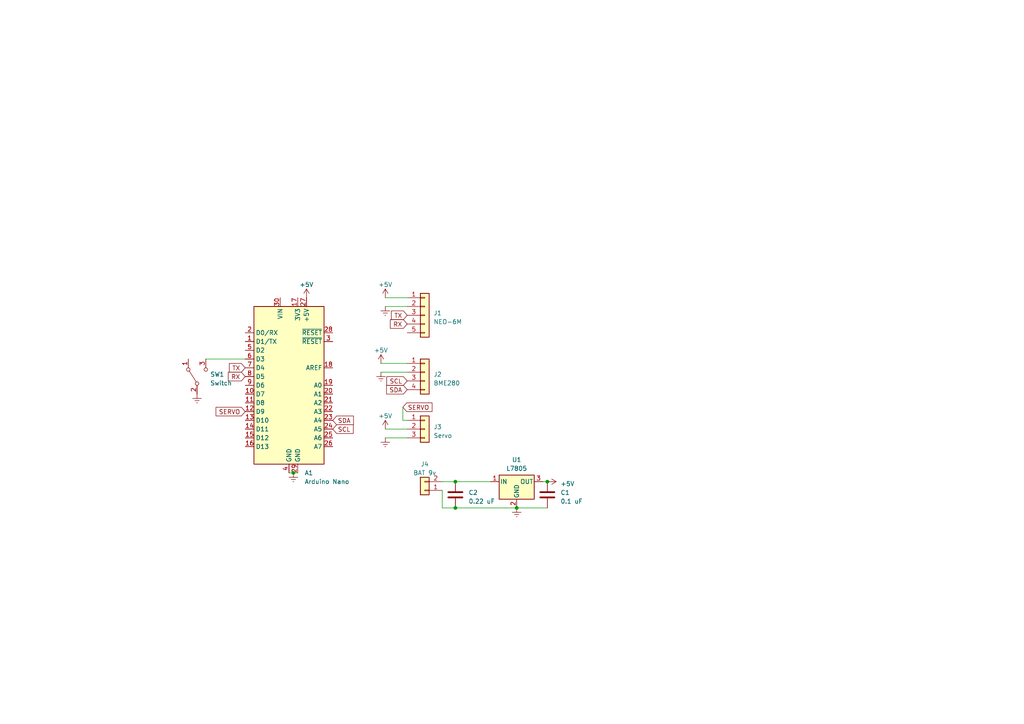
<source format=kicad_sch>
(kicad_sch (version 20230121) (generator eeschema)

  (uuid b945819d-ddc4-4c99-b14c-235cf78e9fc0)

  (paper "A4")

  (lib_symbols
    (symbol "Connector_Generic:Conn_01x02" (pin_names (offset 1.016) hide) (in_bom yes) (on_board yes)
      (property "Reference" "J" (at 0 2.54 0)
        (effects (font (size 1.27 1.27)))
      )
      (property "Value" "Conn_01x02" (at 0 -5.08 0)
        (effects (font (size 1.27 1.27)))
      )
      (property "Footprint" "" (at 0 0 0)
        (effects (font (size 1.27 1.27)) hide)
      )
      (property "Datasheet" "~" (at 0 0 0)
        (effects (font (size 1.27 1.27)) hide)
      )
      (property "ki_keywords" "connector" (at 0 0 0)
        (effects (font (size 1.27 1.27)) hide)
      )
      (property "ki_description" "Generic connector, single row, 01x02, script generated (kicad-library-utils/schlib/autogen/connector/)" (at 0 0 0)
        (effects (font (size 1.27 1.27)) hide)
      )
      (property "ki_fp_filters" "Connector*:*_1x??_*" (at 0 0 0)
        (effects (font (size 1.27 1.27)) hide)
      )
      (symbol "Conn_01x02_1_1"
        (rectangle (start -1.27 -2.413) (end 0 -2.667)
          (stroke (width 0.1524) (type default))
          (fill (type none))
        )
        (rectangle (start -1.27 0.127) (end 0 -0.127)
          (stroke (width 0.1524) (type default))
          (fill (type none))
        )
        (rectangle (start -1.27 1.27) (end 1.27 -3.81)
          (stroke (width 0.254) (type default))
          (fill (type background))
        )
        (pin passive line (at -5.08 0 0) (length 3.81)
          (name "Pin_1" (effects (font (size 1.27 1.27))))
          (number "1" (effects (font (size 1.27 1.27))))
        )
        (pin passive line (at -5.08 -2.54 0) (length 3.81)
          (name "Pin_2" (effects (font (size 1.27 1.27))))
          (number "2" (effects (font (size 1.27 1.27))))
        )
      )
    )
    (symbol "Connector_Generic:Conn_01x03" (pin_names (offset 1.016) hide) (in_bom yes) (on_board yes)
      (property "Reference" "J" (at 0 5.08 0)
        (effects (font (size 1.27 1.27)))
      )
      (property "Value" "Conn_01x03" (at 0 -5.08 0)
        (effects (font (size 1.27 1.27)))
      )
      (property "Footprint" "" (at 0 0 0)
        (effects (font (size 1.27 1.27)) hide)
      )
      (property "Datasheet" "~" (at 0 0 0)
        (effects (font (size 1.27 1.27)) hide)
      )
      (property "ki_keywords" "connector" (at 0 0 0)
        (effects (font (size 1.27 1.27)) hide)
      )
      (property "ki_description" "Generic connector, single row, 01x03, script generated (kicad-library-utils/schlib/autogen/connector/)" (at 0 0 0)
        (effects (font (size 1.27 1.27)) hide)
      )
      (property "ki_fp_filters" "Connector*:*_1x??_*" (at 0 0 0)
        (effects (font (size 1.27 1.27)) hide)
      )
      (symbol "Conn_01x03_1_1"
        (rectangle (start -1.27 -2.413) (end 0 -2.667)
          (stroke (width 0.1524) (type default))
          (fill (type none))
        )
        (rectangle (start -1.27 0.127) (end 0 -0.127)
          (stroke (width 0.1524) (type default))
          (fill (type none))
        )
        (rectangle (start -1.27 2.667) (end 0 2.413)
          (stroke (width 0.1524) (type default))
          (fill (type none))
        )
        (rectangle (start -1.27 3.81) (end 1.27 -3.81)
          (stroke (width 0.254) (type default))
          (fill (type background))
        )
        (pin passive line (at -5.08 2.54 0) (length 3.81)
          (name "Pin_1" (effects (font (size 1.27 1.27))))
          (number "1" (effects (font (size 1.27 1.27))))
        )
        (pin passive line (at -5.08 0 0) (length 3.81)
          (name "Pin_2" (effects (font (size 1.27 1.27))))
          (number "2" (effects (font (size 1.27 1.27))))
        )
        (pin passive line (at -5.08 -2.54 0) (length 3.81)
          (name "Pin_3" (effects (font (size 1.27 1.27))))
          (number "3" (effects (font (size 1.27 1.27))))
        )
      )
    )
    (symbol "Connector_Generic:Conn_01x04" (pin_names (offset 1.016) hide) (in_bom yes) (on_board yes)
      (property "Reference" "J" (at 0 5.08 0)
        (effects (font (size 1.27 1.27)))
      )
      (property "Value" "Conn_01x04" (at 0 -7.62 0)
        (effects (font (size 1.27 1.27)))
      )
      (property "Footprint" "" (at 0 0 0)
        (effects (font (size 1.27 1.27)) hide)
      )
      (property "Datasheet" "~" (at 0 0 0)
        (effects (font (size 1.27 1.27)) hide)
      )
      (property "ki_keywords" "connector" (at 0 0 0)
        (effects (font (size 1.27 1.27)) hide)
      )
      (property "ki_description" "Generic connector, single row, 01x04, script generated (kicad-library-utils/schlib/autogen/connector/)" (at 0 0 0)
        (effects (font (size 1.27 1.27)) hide)
      )
      (property "ki_fp_filters" "Connector*:*_1x??_*" (at 0 0 0)
        (effects (font (size 1.27 1.27)) hide)
      )
      (symbol "Conn_01x04_1_1"
        (rectangle (start -1.27 -4.953) (end 0 -5.207)
          (stroke (width 0.1524) (type default))
          (fill (type none))
        )
        (rectangle (start -1.27 -2.413) (end 0 -2.667)
          (stroke (width 0.1524) (type default))
          (fill (type none))
        )
        (rectangle (start -1.27 0.127) (end 0 -0.127)
          (stroke (width 0.1524) (type default))
          (fill (type none))
        )
        (rectangle (start -1.27 2.667) (end 0 2.413)
          (stroke (width 0.1524) (type default))
          (fill (type none))
        )
        (rectangle (start -1.27 3.81) (end 1.27 -6.35)
          (stroke (width 0.254) (type default))
          (fill (type background))
        )
        (pin passive line (at -5.08 2.54 0) (length 3.81)
          (name "Pin_1" (effects (font (size 1.27 1.27))))
          (number "1" (effects (font (size 1.27 1.27))))
        )
        (pin passive line (at -5.08 0 0) (length 3.81)
          (name "Pin_2" (effects (font (size 1.27 1.27))))
          (number "2" (effects (font (size 1.27 1.27))))
        )
        (pin passive line (at -5.08 -2.54 0) (length 3.81)
          (name "Pin_3" (effects (font (size 1.27 1.27))))
          (number "3" (effects (font (size 1.27 1.27))))
        )
        (pin passive line (at -5.08 -5.08 0) (length 3.81)
          (name "Pin_4" (effects (font (size 1.27 1.27))))
          (number "4" (effects (font (size 1.27 1.27))))
        )
      )
    )
    (symbol "Connector_Generic:Conn_01x05" (pin_names (offset 1.016) hide) (in_bom yes) (on_board yes)
      (property "Reference" "J" (at 0 7.62 0)
        (effects (font (size 1.27 1.27)))
      )
      (property "Value" "Conn_01x05" (at 0 -7.62 0)
        (effects (font (size 1.27 1.27)))
      )
      (property "Footprint" "" (at 0 0 0)
        (effects (font (size 1.27 1.27)) hide)
      )
      (property "Datasheet" "~" (at 0 0 0)
        (effects (font (size 1.27 1.27)) hide)
      )
      (property "ki_keywords" "connector" (at 0 0 0)
        (effects (font (size 1.27 1.27)) hide)
      )
      (property "ki_description" "Generic connector, single row, 01x05, script generated (kicad-library-utils/schlib/autogen/connector/)" (at 0 0 0)
        (effects (font (size 1.27 1.27)) hide)
      )
      (property "ki_fp_filters" "Connector*:*_1x??_*" (at 0 0 0)
        (effects (font (size 1.27 1.27)) hide)
      )
      (symbol "Conn_01x05_1_1"
        (rectangle (start -1.27 -4.953) (end 0 -5.207)
          (stroke (width 0.1524) (type default))
          (fill (type none))
        )
        (rectangle (start -1.27 -2.413) (end 0 -2.667)
          (stroke (width 0.1524) (type default))
          (fill (type none))
        )
        (rectangle (start -1.27 0.127) (end 0 -0.127)
          (stroke (width 0.1524) (type default))
          (fill (type none))
        )
        (rectangle (start -1.27 2.667) (end 0 2.413)
          (stroke (width 0.1524) (type default))
          (fill (type none))
        )
        (rectangle (start -1.27 5.207) (end 0 4.953)
          (stroke (width 0.1524) (type default))
          (fill (type none))
        )
        (rectangle (start -1.27 6.35) (end 1.27 -6.35)
          (stroke (width 0.254) (type default))
          (fill (type background))
        )
        (pin passive line (at -5.08 5.08 0) (length 3.81)
          (name "Pin_1" (effects (font (size 1.27 1.27))))
          (number "1" (effects (font (size 1.27 1.27))))
        )
        (pin passive line (at -5.08 2.54 0) (length 3.81)
          (name "Pin_2" (effects (font (size 1.27 1.27))))
          (number "2" (effects (font (size 1.27 1.27))))
        )
        (pin passive line (at -5.08 0 0) (length 3.81)
          (name "Pin_3" (effects (font (size 1.27 1.27))))
          (number "3" (effects (font (size 1.27 1.27))))
        )
        (pin passive line (at -5.08 -2.54 0) (length 3.81)
          (name "Pin_4" (effects (font (size 1.27 1.27))))
          (number "4" (effects (font (size 1.27 1.27))))
        )
        (pin passive line (at -5.08 -5.08 0) (length 3.81)
          (name "Pin_5" (effects (font (size 1.27 1.27))))
          (number "5" (effects (font (size 1.27 1.27))))
        )
      )
    )
    (symbol "Device:C" (pin_numbers hide) (pin_names (offset 0.254)) (in_bom yes) (on_board yes)
      (property "Reference" "C" (at 0.635 2.54 0)
        (effects (font (size 1.27 1.27)) (justify left))
      )
      (property "Value" "C" (at 0.635 -2.54 0)
        (effects (font (size 1.27 1.27)) (justify left))
      )
      (property "Footprint" "" (at 0.9652 -3.81 0)
        (effects (font (size 1.27 1.27)) hide)
      )
      (property "Datasheet" "~" (at 0 0 0)
        (effects (font (size 1.27 1.27)) hide)
      )
      (property "ki_keywords" "cap capacitor" (at 0 0 0)
        (effects (font (size 1.27 1.27)) hide)
      )
      (property "ki_description" "Unpolarized capacitor" (at 0 0 0)
        (effects (font (size 1.27 1.27)) hide)
      )
      (property "ki_fp_filters" "C_*" (at 0 0 0)
        (effects (font (size 1.27 1.27)) hide)
      )
      (symbol "C_0_1"
        (polyline
          (pts
            (xy -2.032 -0.762)
            (xy 2.032 -0.762)
          )
          (stroke (width 0.508) (type default))
          (fill (type none))
        )
        (polyline
          (pts
            (xy -2.032 0.762)
            (xy 2.032 0.762)
          )
          (stroke (width 0.508) (type default))
          (fill (type none))
        )
      )
      (symbol "C_1_1"
        (pin passive line (at 0 3.81 270) (length 2.794)
          (name "~" (effects (font (size 1.27 1.27))))
          (number "1" (effects (font (size 1.27 1.27))))
        )
        (pin passive line (at 0 -3.81 90) (length 2.794)
          (name "~" (effects (font (size 1.27 1.27))))
          (number "2" (effects (font (size 1.27 1.27))))
        )
      )
    )
    (symbol "MCU_Module:Arduino_Nano_v3.x" (in_bom yes) (on_board yes)
      (property "Reference" "A" (at -10.16 23.495 0)
        (effects (font (size 1.27 1.27)) (justify left bottom))
      )
      (property "Value" "Arduino_Nano_v3.x" (at 5.08 -24.13 0)
        (effects (font (size 1.27 1.27)) (justify left top))
      )
      (property "Footprint" "Module:Arduino_Nano" (at 0 0 0)
        (effects (font (size 1.27 1.27) italic) hide)
      )
      (property "Datasheet" "http://www.mouser.com/pdfdocs/Gravitech_Arduino_Nano3_0.pdf" (at 0 0 0)
        (effects (font (size 1.27 1.27)) hide)
      )
      (property "ki_keywords" "Arduino nano microcontroller module USB" (at 0 0 0)
        (effects (font (size 1.27 1.27)) hide)
      )
      (property "ki_description" "Arduino Nano v3.x" (at 0 0 0)
        (effects (font (size 1.27 1.27)) hide)
      )
      (property "ki_fp_filters" "Arduino*Nano*" (at 0 0 0)
        (effects (font (size 1.27 1.27)) hide)
      )
      (symbol "Arduino_Nano_v3.x_0_1"
        (rectangle (start -10.16 22.86) (end 10.16 -22.86)
          (stroke (width 0.254) (type default))
          (fill (type background))
        )
      )
      (symbol "Arduino_Nano_v3.x_1_1"
        (pin bidirectional line (at -12.7 12.7 0) (length 2.54)
          (name "D1/TX" (effects (font (size 1.27 1.27))))
          (number "1" (effects (font (size 1.27 1.27))))
        )
        (pin bidirectional line (at -12.7 -2.54 0) (length 2.54)
          (name "D7" (effects (font (size 1.27 1.27))))
          (number "10" (effects (font (size 1.27 1.27))))
        )
        (pin bidirectional line (at -12.7 -5.08 0) (length 2.54)
          (name "D8" (effects (font (size 1.27 1.27))))
          (number "11" (effects (font (size 1.27 1.27))))
        )
        (pin bidirectional line (at -12.7 -7.62 0) (length 2.54)
          (name "D9" (effects (font (size 1.27 1.27))))
          (number "12" (effects (font (size 1.27 1.27))))
        )
        (pin bidirectional line (at -12.7 -10.16 0) (length 2.54)
          (name "D10" (effects (font (size 1.27 1.27))))
          (number "13" (effects (font (size 1.27 1.27))))
        )
        (pin bidirectional line (at -12.7 -12.7 0) (length 2.54)
          (name "D11" (effects (font (size 1.27 1.27))))
          (number "14" (effects (font (size 1.27 1.27))))
        )
        (pin bidirectional line (at -12.7 -15.24 0) (length 2.54)
          (name "D12" (effects (font (size 1.27 1.27))))
          (number "15" (effects (font (size 1.27 1.27))))
        )
        (pin bidirectional line (at -12.7 -17.78 0) (length 2.54)
          (name "D13" (effects (font (size 1.27 1.27))))
          (number "16" (effects (font (size 1.27 1.27))))
        )
        (pin power_out line (at 2.54 25.4 270) (length 2.54)
          (name "3V3" (effects (font (size 1.27 1.27))))
          (number "17" (effects (font (size 1.27 1.27))))
        )
        (pin input line (at 12.7 5.08 180) (length 2.54)
          (name "AREF" (effects (font (size 1.27 1.27))))
          (number "18" (effects (font (size 1.27 1.27))))
        )
        (pin bidirectional line (at 12.7 0 180) (length 2.54)
          (name "A0" (effects (font (size 1.27 1.27))))
          (number "19" (effects (font (size 1.27 1.27))))
        )
        (pin bidirectional line (at -12.7 15.24 0) (length 2.54)
          (name "D0/RX" (effects (font (size 1.27 1.27))))
          (number "2" (effects (font (size 1.27 1.27))))
        )
        (pin bidirectional line (at 12.7 -2.54 180) (length 2.54)
          (name "A1" (effects (font (size 1.27 1.27))))
          (number "20" (effects (font (size 1.27 1.27))))
        )
        (pin bidirectional line (at 12.7 -5.08 180) (length 2.54)
          (name "A2" (effects (font (size 1.27 1.27))))
          (number "21" (effects (font (size 1.27 1.27))))
        )
        (pin bidirectional line (at 12.7 -7.62 180) (length 2.54)
          (name "A3" (effects (font (size 1.27 1.27))))
          (number "22" (effects (font (size 1.27 1.27))))
        )
        (pin bidirectional line (at 12.7 -10.16 180) (length 2.54)
          (name "A4" (effects (font (size 1.27 1.27))))
          (number "23" (effects (font (size 1.27 1.27))))
        )
        (pin bidirectional line (at 12.7 -12.7 180) (length 2.54)
          (name "A5" (effects (font (size 1.27 1.27))))
          (number "24" (effects (font (size 1.27 1.27))))
        )
        (pin bidirectional line (at 12.7 -15.24 180) (length 2.54)
          (name "A6" (effects (font (size 1.27 1.27))))
          (number "25" (effects (font (size 1.27 1.27))))
        )
        (pin bidirectional line (at 12.7 -17.78 180) (length 2.54)
          (name "A7" (effects (font (size 1.27 1.27))))
          (number "26" (effects (font (size 1.27 1.27))))
        )
        (pin power_out line (at 5.08 25.4 270) (length 2.54)
          (name "+5V" (effects (font (size 1.27 1.27))))
          (number "27" (effects (font (size 1.27 1.27))))
        )
        (pin input line (at 12.7 15.24 180) (length 2.54)
          (name "~{RESET}" (effects (font (size 1.27 1.27))))
          (number "28" (effects (font (size 1.27 1.27))))
        )
        (pin power_in line (at 2.54 -25.4 90) (length 2.54)
          (name "GND" (effects (font (size 1.27 1.27))))
          (number "29" (effects (font (size 1.27 1.27))))
        )
        (pin input line (at 12.7 12.7 180) (length 2.54)
          (name "~{RESET}" (effects (font (size 1.27 1.27))))
          (number "3" (effects (font (size 1.27 1.27))))
        )
        (pin power_in line (at -2.54 25.4 270) (length 2.54)
          (name "VIN" (effects (font (size 1.27 1.27))))
          (number "30" (effects (font (size 1.27 1.27))))
        )
        (pin power_in line (at 0 -25.4 90) (length 2.54)
          (name "GND" (effects (font (size 1.27 1.27))))
          (number "4" (effects (font (size 1.27 1.27))))
        )
        (pin bidirectional line (at -12.7 10.16 0) (length 2.54)
          (name "D2" (effects (font (size 1.27 1.27))))
          (number "5" (effects (font (size 1.27 1.27))))
        )
        (pin bidirectional line (at -12.7 7.62 0) (length 2.54)
          (name "D3" (effects (font (size 1.27 1.27))))
          (number "6" (effects (font (size 1.27 1.27))))
        )
        (pin bidirectional line (at -12.7 5.08 0) (length 2.54)
          (name "D4" (effects (font (size 1.27 1.27))))
          (number "7" (effects (font (size 1.27 1.27))))
        )
        (pin bidirectional line (at -12.7 2.54 0) (length 2.54)
          (name "D5" (effects (font (size 1.27 1.27))))
          (number "8" (effects (font (size 1.27 1.27))))
        )
        (pin bidirectional line (at -12.7 0 0) (length 2.54)
          (name "D6" (effects (font (size 1.27 1.27))))
          (number "9" (effects (font (size 1.27 1.27))))
        )
      )
    )
    (symbol "Regulator_Linear:L7805" (pin_names (offset 0.254)) (in_bom yes) (on_board yes)
      (property "Reference" "U" (at -3.81 3.175 0)
        (effects (font (size 1.27 1.27)))
      )
      (property "Value" "L7805" (at 0 3.175 0)
        (effects (font (size 1.27 1.27)) (justify left))
      )
      (property "Footprint" "" (at 0.635 -3.81 0)
        (effects (font (size 1.27 1.27) italic) (justify left) hide)
      )
      (property "Datasheet" "http://www.st.com/content/ccc/resource/technical/document/datasheet/41/4f/b3/b0/12/d4/47/88/CD00000444.pdf/files/CD00000444.pdf/jcr:content/translations/en.CD00000444.pdf" (at 0 -1.27 0)
        (effects (font (size 1.27 1.27)) hide)
      )
      (property "ki_keywords" "Voltage Regulator 1.5A Positive" (at 0 0 0)
        (effects (font (size 1.27 1.27)) hide)
      )
      (property "ki_description" "Positive 1.5A 35V Linear Regulator, Fixed Output 5V, TO-220/TO-263/TO-252" (at 0 0 0)
        (effects (font (size 1.27 1.27)) hide)
      )
      (property "ki_fp_filters" "TO?252* TO?263* TO?220*" (at 0 0 0)
        (effects (font (size 1.27 1.27)) hide)
      )
      (symbol "L7805_0_1"
        (rectangle (start -5.08 1.905) (end 5.08 -5.08)
          (stroke (width 0.254) (type default))
          (fill (type background))
        )
      )
      (symbol "L7805_1_1"
        (pin power_in line (at -7.62 0 0) (length 2.54)
          (name "IN" (effects (font (size 1.27 1.27))))
          (number "1" (effects (font (size 1.27 1.27))))
        )
        (pin power_in line (at 0 -7.62 90) (length 2.54)
          (name "GND" (effects (font (size 1.27 1.27))))
          (number "2" (effects (font (size 1.27 1.27))))
        )
        (pin power_out line (at 7.62 0 180) (length 2.54)
          (name "OUT" (effects (font (size 1.27 1.27))))
          (number "3" (effects (font (size 1.27 1.27))))
        )
      )
    )
    (symbol "Switch:SW_SPDT" (pin_names (offset 0) hide) (in_bom yes) (on_board yes)
      (property "Reference" "SW" (at 0 4.318 0)
        (effects (font (size 1.27 1.27)))
      )
      (property "Value" "SW_SPDT" (at 0 -5.08 0)
        (effects (font (size 1.27 1.27)))
      )
      (property "Footprint" "" (at 0 0 0)
        (effects (font (size 1.27 1.27)) hide)
      )
      (property "Datasheet" "~" (at 0 0 0)
        (effects (font (size 1.27 1.27)) hide)
      )
      (property "ki_keywords" "switch single-pole double-throw spdt ON-ON" (at 0 0 0)
        (effects (font (size 1.27 1.27)) hide)
      )
      (property "ki_description" "Switch, single pole double throw" (at 0 0 0)
        (effects (font (size 1.27 1.27)) hide)
      )
      (symbol "SW_SPDT_0_0"
        (circle (center -2.032 0) (radius 0.508)
          (stroke (width 0) (type default))
          (fill (type none))
        )
        (circle (center 2.032 -2.54) (radius 0.508)
          (stroke (width 0) (type default))
          (fill (type none))
        )
      )
      (symbol "SW_SPDT_0_1"
        (polyline
          (pts
            (xy -1.524 0.254)
            (xy 1.651 2.286)
          )
          (stroke (width 0) (type default))
          (fill (type none))
        )
        (circle (center 2.032 2.54) (radius 0.508)
          (stroke (width 0) (type default))
          (fill (type none))
        )
      )
      (symbol "SW_SPDT_1_1"
        (pin passive line (at 5.08 2.54 180) (length 2.54)
          (name "A" (effects (font (size 1.27 1.27))))
          (number "1" (effects (font (size 1.27 1.27))))
        )
        (pin passive line (at -5.08 0 0) (length 2.54)
          (name "B" (effects (font (size 1.27 1.27))))
          (number "2" (effects (font (size 1.27 1.27))))
        )
        (pin passive line (at 5.08 -2.54 180) (length 2.54)
          (name "C" (effects (font (size 1.27 1.27))))
          (number "3" (effects (font (size 1.27 1.27))))
        )
      )
    )
    (symbol "power:+5V" (power) (pin_names (offset 0)) (in_bom yes) (on_board yes)
      (property "Reference" "#PWR" (at 0 -3.81 0)
        (effects (font (size 1.27 1.27)) hide)
      )
      (property "Value" "+5V" (at 0 3.556 0)
        (effects (font (size 1.27 1.27)))
      )
      (property "Footprint" "" (at 0 0 0)
        (effects (font (size 1.27 1.27)) hide)
      )
      (property "Datasheet" "" (at 0 0 0)
        (effects (font (size 1.27 1.27)) hide)
      )
      (property "ki_keywords" "global power" (at 0 0 0)
        (effects (font (size 1.27 1.27)) hide)
      )
      (property "ki_description" "Power symbol creates a global label with name \"+5V\"" (at 0 0 0)
        (effects (font (size 1.27 1.27)) hide)
      )
      (symbol "+5V_0_1"
        (polyline
          (pts
            (xy -0.762 1.27)
            (xy 0 2.54)
          )
          (stroke (width 0) (type default))
          (fill (type none))
        )
        (polyline
          (pts
            (xy 0 0)
            (xy 0 2.54)
          )
          (stroke (width 0) (type default))
          (fill (type none))
        )
        (polyline
          (pts
            (xy 0 2.54)
            (xy 0.762 1.27)
          )
          (stroke (width 0) (type default))
          (fill (type none))
        )
      )
      (symbol "+5V_1_1"
        (pin power_in line (at 0 0 90) (length 0) hide
          (name "+5V" (effects (font (size 1.27 1.27))))
          (number "1" (effects (font (size 1.27 1.27))))
        )
      )
    )
    (symbol "power:Earth" (power) (pin_names (offset 0)) (in_bom yes) (on_board yes)
      (property "Reference" "#PWR" (at 0 -6.35 0)
        (effects (font (size 1.27 1.27)) hide)
      )
      (property "Value" "Earth" (at 0 -3.81 0)
        (effects (font (size 1.27 1.27)) hide)
      )
      (property "Footprint" "" (at 0 0 0)
        (effects (font (size 1.27 1.27)) hide)
      )
      (property "Datasheet" "~" (at 0 0 0)
        (effects (font (size 1.27 1.27)) hide)
      )
      (property "ki_keywords" "global ground gnd" (at 0 0 0)
        (effects (font (size 1.27 1.27)) hide)
      )
      (property "ki_description" "Power symbol creates a global label with name \"Earth\"" (at 0 0 0)
        (effects (font (size 1.27 1.27)) hide)
      )
      (symbol "Earth_0_1"
        (polyline
          (pts
            (xy -0.635 -1.905)
            (xy 0.635 -1.905)
          )
          (stroke (width 0) (type default))
          (fill (type none))
        )
        (polyline
          (pts
            (xy -0.127 -2.54)
            (xy 0.127 -2.54)
          )
          (stroke (width 0) (type default))
          (fill (type none))
        )
        (polyline
          (pts
            (xy 0 -1.27)
            (xy 0 0)
          )
          (stroke (width 0) (type default))
          (fill (type none))
        )
        (polyline
          (pts
            (xy 1.27 -1.27)
            (xy -1.27 -1.27)
          )
          (stroke (width 0) (type default))
          (fill (type none))
        )
      )
      (symbol "Earth_1_1"
        (pin power_in line (at 0 0 270) (length 0) hide
          (name "Earth" (effects (font (size 1.27 1.27))))
          (number "1" (effects (font (size 1.27 1.27))))
        )
      )
    )
  )

  (junction (at 132.08 147.32) (diameter 0) (color 0 0 0 0)
    (uuid 155934d8-d9e9-4729-9b1e-bac5c6a9b382)
  )
  (junction (at 149.86 147.32) (diameter 0) (color 0 0 0 0)
    (uuid 3807306f-9070-4d93-9093-ec092fb2e991)
  )
  (junction (at 158.75 139.7) (diameter 0) (color 0 0 0 0)
    (uuid 8138faa9-a6bb-4b10-9de9-eb278e4b7830)
  )
  (junction (at 85.09 137.16) (diameter 0) (color 0 0 0 0)
    (uuid ea742882-4d22-4409-a41b-9cd06b2eaf3e)
  )
  (junction (at 132.08 139.7) (diameter 0) (color 0 0 0 0)
    (uuid fc8e7512-6e9f-4b84-a414-6a6a929f5e31)
  )

  (wire (pts (xy 111.76 124.46) (xy 118.11 124.46))
    (stroke (width 0) (type default))
    (uuid 017f3790-a8a3-47cd-87a2-a2a4aa69a0fb)
  )
  (wire (pts (xy 116.84 118.11) (xy 116.84 121.92))
    (stroke (width 0) (type default))
    (uuid 2fa3892f-8927-4caa-a2fc-892d4d803b90)
  )
  (wire (pts (xy 128.27 142.24) (xy 128.27 147.32))
    (stroke (width 0) (type default))
    (uuid 31a3855a-ca91-4cec-bcfa-0962ebf6fb11)
  )
  (wire (pts (xy 128.27 147.32) (xy 132.08 147.32))
    (stroke (width 0) (type default))
    (uuid 3c0b4898-d837-4899-be8e-b284e97d2866)
  )
  (wire (pts (xy 158.75 139.7) (xy 157.48 139.7))
    (stroke (width 0) (type default))
    (uuid 47956d56-449a-4881-ba94-544929c9cca6)
  )
  (wire (pts (xy 149.86 147.32) (xy 158.75 147.32))
    (stroke (width 0) (type default))
    (uuid 5dccd7bb-3ffa-4463-8ac3-c59cd89dbbd6)
  )
  (wire (pts (xy 110.49 105.41) (xy 118.11 105.41))
    (stroke (width 0) (type default))
    (uuid 5f162e91-8121-46cf-8f26-13fa42219733)
  )
  (wire (pts (xy 85.09 137.16) (xy 86.36 137.16))
    (stroke (width 0) (type default))
    (uuid 6723c20a-19bc-4c8a-9c83-1fa9918df944)
  )
  (wire (pts (xy 59.69 104.14) (xy 71.12 104.14))
    (stroke (width 0) (type default))
    (uuid 67622ebd-29d5-471c-a2a5-c3aa1ebee21e)
  )
  (wire (pts (xy 111.76 88.9) (xy 118.11 88.9))
    (stroke (width 0) (type default))
    (uuid 9bceffee-1797-45a4-8a4f-8fae2a3a2932)
  )
  (wire (pts (xy 132.08 147.32) (xy 149.86 147.32))
    (stroke (width 0) (type default))
    (uuid ac835790-3722-4a0f-bbcd-7818d965215d)
  )
  (wire (pts (xy 110.49 107.95) (xy 118.11 107.95))
    (stroke (width 0) (type default))
    (uuid b34d61bf-3b71-4133-b508-19a6cfc97204)
  )
  (wire (pts (xy 111.76 86.36) (xy 118.11 86.36))
    (stroke (width 0) (type default))
    (uuid be78f1fa-ab15-4f9f-8ca4-43e6fcd7c60b)
  )
  (wire (pts (xy 83.82 137.16) (xy 85.09 137.16))
    (stroke (width 0) (type default))
    (uuid c72cecfe-3a9e-4900-bf73-de7251aa6dbf)
  )
  (wire (pts (xy 128.27 139.7) (xy 132.08 139.7))
    (stroke (width 0) (type default))
    (uuid d2183eef-51e3-4130-8f8d-d29e3fade12a)
  )
  (wire (pts (xy 116.84 121.92) (xy 118.11 121.92))
    (stroke (width 0) (type default))
    (uuid e0a24e7e-cd79-4ca5-912f-e5a2e4370fec)
  )
  (wire (pts (xy 111.76 127) (xy 118.11 127))
    (stroke (width 0) (type default))
    (uuid f1eeb89e-373d-4ec5-ade0-6464253f9a88)
  )
  (wire (pts (xy 132.08 139.7) (xy 142.24 139.7))
    (stroke (width 0) (type default))
    (uuid f441de54-2446-44f8-9d07-f579bd7d4d91)
  )

  (global_label "SCL" (shape input) (at 96.52 124.46 0) (fields_autoplaced)
    (effects (font (size 1.27 1.27)) (justify left))
    (uuid 15c487b0-d313-4b98-9654-eeb4795f357a)
    (property "Intersheetrefs" "${INTERSHEET_REFS}" (at 102.9334 124.46 0)
      (effects (font (size 1.27 1.27)) (justify left) hide)
    )
  )
  (global_label "RX" (shape input) (at 118.11 93.98 180) (fields_autoplaced)
    (effects (font (size 1.27 1.27)) (justify right))
    (uuid 3c3c4ccf-b785-4932-a424-ad889deca9dd)
    (property "Intersheetrefs" "${INTERSHEET_REFS}" (at 112.7247 93.98 0)
      (effects (font (size 1.27 1.27)) (justify right) hide)
    )
  )
  (global_label "TX" (shape input) (at 71.12 106.68 180) (fields_autoplaced)
    (effects (font (size 1.27 1.27)) (justify right))
    (uuid 4a9cddc7-a7fb-46cf-90d3-4cd9f670a7ea)
    (property "Intersheetrefs" "${INTERSHEET_REFS}" (at 66.0371 106.68 0)
      (effects (font (size 1.27 1.27)) (justify right) hide)
    )
  )
  (global_label "SCL" (shape input) (at 118.11 110.49 180) (fields_autoplaced)
    (effects (font (size 1.27 1.27)) (justify right))
    (uuid 71363d0d-707b-454f-bb02-a436e6afad19)
    (property "Intersheetrefs" "${INTERSHEET_REFS}" (at 111.6966 110.49 0)
      (effects (font (size 1.27 1.27)) (justify right) hide)
    )
  )
  (global_label "SDA" (shape input) (at 96.52 121.92 0) (fields_autoplaced)
    (effects (font (size 1.27 1.27)) (justify left))
    (uuid 739088a4-6181-4ece-8452-01fde8052f18)
    (property "Intersheetrefs" "${INTERSHEET_REFS}" (at 102.9939 121.92 0)
      (effects (font (size 1.27 1.27)) (justify left) hide)
    )
  )
  (global_label "SERVO" (shape input) (at 116.84 118.11 0) (fields_autoplaced)
    (effects (font (size 1.27 1.27)) (justify left))
    (uuid 8a46be07-198e-476f-a58f-b76d05aabc0b)
    (property "Intersheetrefs" "${INTERSHEET_REFS}" (at 125.7934 118.11 0)
      (effects (font (size 1.27 1.27)) (justify left) hide)
    )
  )
  (global_label "RX" (shape input) (at 71.12 109.22 180) (fields_autoplaced)
    (effects (font (size 1.27 1.27)) (justify right))
    (uuid 8fb7f25a-b137-439a-aa4d-454264d1516d)
    (property "Intersheetrefs" "${INTERSHEET_REFS}" (at 65.7347 109.22 0)
      (effects (font (size 1.27 1.27)) (justify right) hide)
    )
  )
  (global_label "TX" (shape input) (at 118.11 91.44 180) (fields_autoplaced)
    (effects (font (size 1.27 1.27)) (justify right))
    (uuid a8a459fd-fd91-4af4-9304-7ff7c8ee47e7)
    (property "Intersheetrefs" "${INTERSHEET_REFS}" (at 113.0271 91.44 0)
      (effects (font (size 1.27 1.27)) (justify right) hide)
    )
  )
  (global_label "SERVO" (shape input) (at 71.12 119.38 180) (fields_autoplaced)
    (effects (font (size 1.27 1.27)) (justify right))
    (uuid c26f980b-455b-4f36-8145-dcde9016b3b5)
    (property "Intersheetrefs" "${INTERSHEET_REFS}" (at 62.1666 119.38 0)
      (effects (font (size 1.27 1.27)) (justify right) hide)
    )
  )
  (global_label "SDA" (shape input) (at 118.11 113.03 180) (fields_autoplaced)
    (effects (font (size 1.27 1.27)) (justify right))
    (uuid ee499f3d-361a-4eed-9bb7-9e340f6fd722)
    (property "Intersheetrefs" "${INTERSHEET_REFS}" (at 111.6361 113.03 0)
      (effects (font (size 1.27 1.27)) (justify right) hide)
    )
  )

  (symbol (lib_id "Switch:SW_SPDT") (at 57.15 109.22 90) (unit 1)
    (in_bom yes) (on_board yes) (dnp no) (fields_autoplaced)
    (uuid 11d43872-bc94-42f8-bfee-f6275a4e5750)
    (property "Reference" "SW1" (at 60.96 108.585 90)
      (effects (font (size 1.27 1.27)) (justify right))
    )
    (property "Value" "Switch" (at 60.96 111.125 90)
      (effects (font (size 1.27 1.27)) (justify right))
    )
    (property "Footprint" "Connector_PinHeader_2.54mm:PinHeader_1x03_P2.54mm_Vertical" (at 57.15 109.22 0)
      (effects (font (size 1.27 1.27)) hide)
    )
    (property "Datasheet" "~" (at 57.15 109.22 0)
      (effects (font (size 1.27 1.27)) hide)
    )
    (pin "1" (uuid 067704dd-d438-49f9-9ac2-e365b8bf99ec))
    (pin "2" (uuid 78d73ec7-5635-4d27-be7a-a777a83f4d64))
    (pin "3" (uuid 24f18df7-0c8a-45a7-85ed-a90717ef38db))
    (instances
      (project "learnoliver"
        (path "/b945819d-ddc4-4c99-b14c-235cf78e9fc0"
          (reference "SW1") (unit 1)
        )
      )
    )
  )

  (symbol (lib_id "power:Earth") (at 57.15 114.3 0) (unit 1)
    (in_bom yes) (on_board yes) (dnp no) (fields_autoplaced)
    (uuid 15865aac-140b-4ffb-9e33-22777de88c1f)
    (property "Reference" "#PWR08" (at 57.15 120.65 0)
      (effects (font (size 1.27 1.27)) hide)
    )
    (property "Value" "Earth" (at 57.15 118.11 0)
      (effects (font (size 1.27 1.27)) hide)
    )
    (property "Footprint" "" (at 57.15 114.3 0)
      (effects (font (size 1.27 1.27)) hide)
    )
    (property "Datasheet" "~" (at 57.15 114.3 0)
      (effects (font (size 1.27 1.27)) hide)
    )
    (pin "1" (uuid 09151b75-9b37-4a52-b9b8-fcde5c0970de))
    (instances
      (project "learnoliver"
        (path "/b945819d-ddc4-4c99-b14c-235cf78e9fc0"
          (reference "#PWR08") (unit 1)
        )
      )
    )
  )

  (symbol (lib_id "Connector_Generic:Conn_01x02") (at 123.19 142.24 180) (unit 1)
    (in_bom yes) (on_board yes) (dnp no) (fields_autoplaced)
    (uuid 214e7ffc-9ba6-4c15-a2d0-3c4b6ab17429)
    (property "Reference" "J4" (at 123.19 134.62 0)
      (effects (font (size 1.27 1.27)))
    )
    (property "Value" "BAT 9v" (at 123.19 137.16 0)
      (effects (font (size 1.27 1.27)))
    )
    (property "Footprint" "Connector_PinHeader_2.54mm:PinHeader_1x02_P2.54mm_Vertical" (at 123.19 142.24 0)
      (effects (font (size 1.27 1.27)) hide)
    )
    (property "Datasheet" "~" (at 123.19 142.24 0)
      (effects (font (size 1.27 1.27)) hide)
    )
    (pin "1" (uuid a0a54709-b674-44c3-8700-631223836162))
    (pin "2" (uuid 7d3cb8ae-716b-4bb0-a6f8-c4f487d63baa))
    (instances
      (project "learnoliver"
        (path "/b945819d-ddc4-4c99-b14c-235cf78e9fc0"
          (reference "J4") (unit 1)
        )
      )
    )
  )

  (symbol (lib_id "MCU_Module:Arduino_Nano_v3.x") (at 83.82 111.76 0) (unit 1)
    (in_bom yes) (on_board yes) (dnp no) (fields_autoplaced)
    (uuid 2e757ea0-05f5-4e06-871d-c7ae10e76f27)
    (property "Reference" "A1" (at 88.3159 137.16 0)
      (effects (font (size 1.27 1.27)) (justify left))
    )
    (property "Value" "Arduino Nano" (at 88.3159 139.7 0)
      (effects (font (size 1.27 1.27)) (justify left))
    )
    (property "Footprint" "Module:Arduino_Nano" (at 83.82 111.76 0)
      (effects (font (size 1.27 1.27) italic) hide)
    )
    (property "Datasheet" "http://www.mouser.com/pdfdocs/Gravitech_Arduino_Nano3_0.pdf" (at 83.82 111.76 0)
      (effects (font (size 1.27 1.27)) hide)
    )
    (pin "1" (uuid 70ce5d0b-c2eb-44c5-b31b-c0aaf1a25aba))
    (pin "10" (uuid 53a84d9c-aaf9-4b84-b3c1-2c8a4c3a5181))
    (pin "11" (uuid 494aaff8-b72a-4ae7-965f-f3671b49074d))
    (pin "12" (uuid af117bb7-da0c-4e24-b99d-8aaf30e6bd70))
    (pin "13" (uuid 8b4a882e-9827-468e-96c0-14cd14e8601f))
    (pin "14" (uuid 9fb505f1-7d45-4cd3-b53c-5c811f7d7b54))
    (pin "15" (uuid 81cacbae-d038-461a-be81-ca84016165ca))
    (pin "16" (uuid 9360a8ff-1717-4395-8952-9e7eeb0e6267))
    (pin "17" (uuid c19098fa-1b0f-4b25-be71-e09a2fb69c9b))
    (pin "18" (uuid 5b465645-4e3f-4127-823c-d25dd482f4bb))
    (pin "19" (uuid bce882f2-0267-4e62-8919-54b2cbb176b4))
    (pin "2" (uuid 404fdb02-03e9-469b-8089-33e41d39384a))
    (pin "20" (uuid 6dd8c3b1-213c-4381-9b73-a747ca38f3c1))
    (pin "21" (uuid e504366c-b067-41c9-b59e-b9b2f2fe2617))
    (pin "22" (uuid b1439143-9382-4c1f-b449-77dd1902c0b5))
    (pin "23" (uuid a142ae9c-04f2-47c0-a5ba-fd190f677601))
    (pin "24" (uuid 3300fc4d-879d-4a14-9816-7e74b062bf0b))
    (pin "25" (uuid d7218ecf-17b4-4314-9c77-558ec7c399d1))
    (pin "26" (uuid b6bb3c0c-3913-4def-b606-c3aa00056471))
    (pin "27" (uuid d5bf9732-7d08-48ba-b4d7-eb04e1fdbadd))
    (pin "28" (uuid bc26a859-c85d-469f-99c4-43e31980814b))
    (pin "29" (uuid 4f146c10-f430-4982-8c3b-b30427b8448f))
    (pin "3" (uuid a3a9db63-2a59-45ce-a4cd-c972a6457eab))
    (pin "30" (uuid 341853c5-412c-4eae-8d3c-831f8b76c911))
    (pin "4" (uuid 92ff74d0-d41c-4e4c-886f-08eadcde7f7a))
    (pin "5" (uuid 88809382-f4c6-4cc5-a133-cf48130590ee))
    (pin "6" (uuid c722941d-3a97-46ab-a916-e098d6f3e69a))
    (pin "7" (uuid 977942c3-ebd2-4698-91be-8396fcd66574))
    (pin "8" (uuid 84a79359-c990-4f5f-bc5f-4704093f2085))
    (pin "9" (uuid 7ef2498f-b8f9-49d8-9e43-ed056250a1e6))
    (instances
      (project "learnoliver"
        (path "/b945819d-ddc4-4c99-b14c-235cf78e9fc0"
          (reference "A1") (unit 1)
        )
      )
    )
  )

  (symbol (lib_id "Regulator_Linear:L7805") (at 149.86 139.7 0) (unit 1)
    (in_bom yes) (on_board yes) (dnp no) (fields_autoplaced)
    (uuid 30246095-a3b4-4853-84ea-a250788cda07)
    (property "Reference" "U1" (at 149.86 133.35 0)
      (effects (font (size 1.27 1.27)))
    )
    (property "Value" "L7805" (at 149.86 135.89 0)
      (effects (font (size 1.27 1.27)))
    )
    (property "Footprint" "Package_TO_SOT_THT:TO-220-3_Vertical" (at 150.495 143.51 0)
      (effects (font (size 1.27 1.27) italic) (justify left) hide)
    )
    (property "Datasheet" "http://www.st.com/content/ccc/resource/technical/document/datasheet/41/4f/b3/b0/12/d4/47/88/CD00000444.pdf/files/CD00000444.pdf/jcr:content/translations/en.CD00000444.pdf" (at 149.86 140.97 0)
      (effects (font (size 1.27 1.27)) hide)
    )
    (pin "1" (uuid fac44380-a647-46e7-8823-fac720a3adc1))
    (pin "2" (uuid fb66e452-0d41-441c-bcc3-aa16c7bc9657))
    (pin "3" (uuid d87ff927-9e55-45cd-b6a2-fce6d77738de))
    (instances
      (project "learnoliver"
        (path "/b945819d-ddc4-4c99-b14c-235cf78e9fc0"
          (reference "U1") (unit 1)
        )
      )
    )
  )

  (symbol (lib_id "Connector_Generic:Conn_01x05") (at 123.19 91.44 0) (unit 1)
    (in_bom yes) (on_board yes) (dnp no) (fields_autoplaced)
    (uuid 449b7f1c-c524-4b7d-98a9-9b82aaa83443)
    (property "Reference" "J1" (at 125.73 90.805 0)
      (effects (font (size 1.27 1.27)) (justify left))
    )
    (property "Value" "NEO-6M" (at 125.73 93.345 0)
      (effects (font (size 1.27 1.27)) (justify left))
    )
    (property "Footprint" "Connector_PinHeader_2.54mm:PinHeader_1x05_P2.54mm_Vertical" (at 123.19 91.44 0)
      (effects (font (size 1.27 1.27)) hide)
    )
    (property "Datasheet" "~" (at 123.19 91.44 0)
      (effects (font (size 1.27 1.27)) hide)
    )
    (pin "1" (uuid 99b18fbe-961c-45e4-a2e6-2711fdd7f481))
    (pin "2" (uuid 554f737d-f9af-4633-9462-029e6076a226))
    (pin "3" (uuid 19c8dde0-81a3-4705-b7d0-8c350d0fd7b2))
    (pin "4" (uuid 94ca42b2-dee7-405a-b8df-d8cbbf619c60))
    (pin "5" (uuid 0fc5d8b6-3c58-4aeb-862e-a03b72e577d6))
    (instances
      (project "learnoliver"
        (path "/b945819d-ddc4-4c99-b14c-235cf78e9fc0"
          (reference "J1") (unit 1)
        )
      )
    )
  )

  (symbol (lib_id "power:Earth") (at 85.09 137.16 0) (unit 1)
    (in_bom yes) (on_board yes) (dnp no) (fields_autoplaced)
    (uuid 452d3698-534f-4665-b57e-a084fd2209e7)
    (property "Reference" "#PWR07" (at 85.09 143.51 0)
      (effects (font (size 1.27 1.27)) hide)
    )
    (property "Value" "Earth" (at 85.09 140.97 0)
      (effects (font (size 1.27 1.27)) hide)
    )
    (property "Footprint" "" (at 85.09 137.16 0)
      (effects (font (size 1.27 1.27)) hide)
    )
    (property "Datasheet" "~" (at 85.09 137.16 0)
      (effects (font (size 1.27 1.27)) hide)
    )
    (pin "1" (uuid 2ea685a5-179c-4080-b0fe-1efda46fca48))
    (instances
      (project "learnoliver"
        (path "/b945819d-ddc4-4c99-b14c-235cf78e9fc0"
          (reference "#PWR07") (unit 1)
        )
      )
    )
  )

  (symbol (lib_id "power:+5V") (at 111.76 86.36 0) (unit 1)
    (in_bom yes) (on_board yes) (dnp no) (fields_autoplaced)
    (uuid 53bc8843-f740-4db5-a238-53ded22a4644)
    (property "Reference" "#PWR09" (at 111.76 90.17 0)
      (effects (font (size 1.27 1.27)) hide)
    )
    (property "Value" "+5V" (at 111.76 82.55 0)
      (effects (font (size 1.27 1.27)))
    )
    (property "Footprint" "" (at 111.76 86.36 0)
      (effects (font (size 1.27 1.27)) hide)
    )
    (property "Datasheet" "" (at 111.76 86.36 0)
      (effects (font (size 1.27 1.27)) hide)
    )
    (pin "1" (uuid 174bbcd5-ef11-4d3d-b4d1-1db0ca78b893))
    (instances
      (project "learnoliver"
        (path "/b945819d-ddc4-4c99-b14c-235cf78e9fc0"
          (reference "#PWR09") (unit 1)
        )
      )
    )
  )

  (symbol (lib_id "Device:C") (at 132.08 143.51 0) (unit 1)
    (in_bom yes) (on_board yes) (dnp no) (fields_autoplaced)
    (uuid 53ecefb5-11a1-49e6-96b3-807f97ec49c0)
    (property "Reference" "C2" (at 135.89 142.875 0)
      (effects (font (size 1.27 1.27)) (justify left))
    )
    (property "Value" "0.22 uF" (at 135.89 145.415 0)
      (effects (font (size 1.27 1.27)) (justify left))
    )
    (property "Footprint" "Capacitor_THT:C_Disc_D4.7mm_W2.5mm_P5.00mm" (at 133.0452 147.32 0)
      (effects (font (size 1.27 1.27)) hide)
    )
    (property "Datasheet" "~" (at 132.08 143.51 0)
      (effects (font (size 1.27 1.27)) hide)
    )
    (pin "1" (uuid 288ab9ce-cf50-459e-a248-3fdfe1b7a697))
    (pin "2" (uuid 257610ce-1c86-473c-ae2f-4a878875024b))
    (instances
      (project "learnoliver"
        (path "/b945819d-ddc4-4c99-b14c-235cf78e9fc0"
          (reference "C2") (unit 1)
        )
      )
    )
  )

  (symbol (lib_id "Connector_Generic:Conn_01x03") (at 123.19 124.46 0) (unit 1)
    (in_bom yes) (on_board yes) (dnp no) (fields_autoplaced)
    (uuid 679d70a5-c795-4814-b646-e66572a8f942)
    (property "Reference" "J3" (at 125.73 123.825 0)
      (effects (font (size 1.27 1.27)) (justify left))
    )
    (property "Value" "Servo" (at 125.73 126.365 0)
      (effects (font (size 1.27 1.27)) (justify left))
    )
    (property "Footprint" "Connector_PinHeader_2.54mm:PinHeader_1x03_P2.54mm_Vertical" (at 123.19 124.46 0)
      (effects (font (size 1.27 1.27)) hide)
    )
    (property "Datasheet" "~" (at 123.19 124.46 0)
      (effects (font (size 1.27 1.27)) hide)
    )
    (pin "1" (uuid 0b1f41f5-2d4c-4e64-aec0-a5750b10d8c9))
    (pin "2" (uuid 3d059d77-55ad-448d-bfef-37f8ba1e3204))
    (pin "3" (uuid 11a7c908-6964-4d01-9fe3-9d91b0cb2faa))
    (instances
      (project "learnoliver"
        (path "/b945819d-ddc4-4c99-b14c-235cf78e9fc0"
          (reference "J3") (unit 1)
        )
      )
    )
  )

  (symbol (lib_id "Connector_Generic:Conn_01x04") (at 123.19 107.95 0) (unit 1)
    (in_bom yes) (on_board yes) (dnp no) (fields_autoplaced)
    (uuid 6932bf89-6fc8-4a0e-a131-b7c035a41878)
    (property "Reference" "J2" (at 125.73 108.585 0)
      (effects (font (size 1.27 1.27)) (justify left))
    )
    (property "Value" "BME280" (at 125.73 111.125 0)
      (effects (font (size 1.27 1.27)) (justify left))
    )
    (property "Footprint" "Connector_PinHeader_2.54mm:PinHeader_1x04_P2.54mm_Vertical" (at 123.19 107.95 0)
      (effects (font (size 1.27 1.27)) hide)
    )
    (property "Datasheet" "~" (at 123.19 107.95 0)
      (effects (font (size 1.27 1.27)) hide)
    )
    (pin "1" (uuid 2cc22557-b9fe-43c3-90d3-073abe8ea488))
    (pin "2" (uuid 8a403a7d-165f-415d-8685-eabf8b649d66))
    (pin "3" (uuid 19513f57-ccee-4069-8725-83aec375a95b))
    (pin "4" (uuid 691ef417-6d13-4aae-99ec-de83d0b2f52e))
    (instances
      (project "learnoliver"
        (path "/b945819d-ddc4-4c99-b14c-235cf78e9fc0"
          (reference "J2") (unit 1)
        )
      )
    )
  )

  (symbol (lib_id "power:+5V") (at 110.49 105.41 0) (unit 1)
    (in_bom yes) (on_board yes) (dnp no) (fields_autoplaced)
    (uuid 7910cdd4-d5a6-4b50-84a2-d44bc0b4dcf8)
    (property "Reference" "#PWR03" (at 110.49 109.22 0)
      (effects (font (size 1.27 1.27)) hide)
    )
    (property "Value" "+5V" (at 110.49 101.6 0)
      (effects (font (size 1.27 1.27)))
    )
    (property "Footprint" "" (at 110.49 105.41 0)
      (effects (font (size 1.27 1.27)) hide)
    )
    (property "Datasheet" "" (at 110.49 105.41 0)
      (effects (font (size 1.27 1.27)) hide)
    )
    (pin "1" (uuid 197bc386-f9fc-4f61-b067-87ace1d88f49))
    (instances
      (project "learnoliver"
        (path "/b945819d-ddc4-4c99-b14c-235cf78e9fc0"
          (reference "#PWR03") (unit 1)
        )
      )
    )
  )

  (symbol (lib_id "power:Earth") (at 110.49 107.95 0) (unit 1)
    (in_bom yes) (on_board yes) (dnp no) (fields_autoplaced)
    (uuid 79d3e32d-be97-44ef-98e9-e8cfd2fee348)
    (property "Reference" "#PWR04" (at 110.49 114.3 0)
      (effects (font (size 1.27 1.27)) hide)
    )
    (property "Value" "Earth" (at 110.49 111.76 0)
      (effects (font (size 1.27 1.27)) hide)
    )
    (property "Footprint" "" (at 110.49 107.95 0)
      (effects (font (size 1.27 1.27)) hide)
    )
    (property "Datasheet" "~" (at 110.49 107.95 0)
      (effects (font (size 1.27 1.27)) hide)
    )
    (pin "1" (uuid 6d7601ca-42be-4954-94bd-023deacae048))
    (instances
      (project "learnoliver"
        (path "/b945819d-ddc4-4c99-b14c-235cf78e9fc0"
          (reference "#PWR04") (unit 1)
        )
      )
    )
  )

  (symbol (lib_id "power:Earth") (at 149.86 147.32 0) (unit 1)
    (in_bom yes) (on_board yes) (dnp no) (fields_autoplaced)
    (uuid 8adfd8d5-fc98-485e-81a6-99ba9fe5cb1f)
    (property "Reference" "#PWR01" (at 149.86 153.67 0)
      (effects (font (size 1.27 1.27)) hide)
    )
    (property "Value" "Earth" (at 149.86 151.13 0)
      (effects (font (size 1.27 1.27)) hide)
    )
    (property "Footprint" "" (at 149.86 147.32 0)
      (effects (font (size 1.27 1.27)) hide)
    )
    (property "Datasheet" "~" (at 149.86 147.32 0)
      (effects (font (size 1.27 1.27)) hide)
    )
    (pin "1" (uuid 20e86bd9-bf2c-4186-abc7-1c5d8757c685))
    (instances
      (project "learnoliver"
        (path "/b945819d-ddc4-4c99-b14c-235cf78e9fc0"
          (reference "#PWR01") (unit 1)
        )
      )
    )
  )

  (symbol (lib_id "Device:C") (at 158.75 143.51 0) (unit 1)
    (in_bom yes) (on_board yes) (dnp no) (fields_autoplaced)
    (uuid 91e797b0-3d75-4db7-be28-ea5ad8dd1b2e)
    (property "Reference" "C1" (at 162.56 142.875 0)
      (effects (font (size 1.27 1.27)) (justify left))
    )
    (property "Value" "0.1 uF" (at 162.56 145.415 0)
      (effects (font (size 1.27 1.27)) (justify left))
    )
    (property "Footprint" "Capacitor_THT:C_Disc_D4.7mm_W2.5mm_P5.00mm" (at 159.7152 147.32 0)
      (effects (font (size 1.27 1.27)) hide)
    )
    (property "Datasheet" "~" (at 158.75 143.51 0)
      (effects (font (size 1.27 1.27)) hide)
    )
    (pin "1" (uuid 31011f6f-ffcf-4220-a4a3-a31bffb76e31))
    (pin "2" (uuid 4a68d37a-1a1c-491c-921c-6dd13d0970c9))
    (instances
      (project "learnoliver"
        (path "/b945819d-ddc4-4c99-b14c-235cf78e9fc0"
          (reference "C1") (unit 1)
        )
      )
    )
  )

  (symbol (lib_id "power:Earth") (at 111.76 127 0) (unit 1)
    (in_bom yes) (on_board yes) (dnp no) (fields_autoplaced)
    (uuid 9eb472d9-2f9f-4a69-a21b-3c9e110024fd)
    (property "Reference" "#PWR02" (at 111.76 133.35 0)
      (effects (font (size 1.27 1.27)) hide)
    )
    (property "Value" "Earth" (at 111.76 130.81 0)
      (effects (font (size 1.27 1.27)) hide)
    )
    (property "Footprint" "" (at 111.76 127 0)
      (effects (font (size 1.27 1.27)) hide)
    )
    (property "Datasheet" "~" (at 111.76 127 0)
      (effects (font (size 1.27 1.27)) hide)
    )
    (pin "1" (uuid 1601b51d-f202-494f-9753-f3485b391094))
    (instances
      (project "learnoliver"
        (path "/b945819d-ddc4-4c99-b14c-235cf78e9fc0"
          (reference "#PWR02") (unit 1)
        )
      )
    )
  )

  (symbol (lib_id "power:+5V") (at 88.9 86.36 0) (unit 1)
    (in_bom yes) (on_board yes) (dnp no) (fields_autoplaced)
    (uuid c3c6d538-ba3a-4f8a-97b3-50e90a49fbed)
    (property "Reference" "#PWR05" (at 88.9 90.17 0)
      (effects (font (size 1.27 1.27)) hide)
    )
    (property "Value" "+5V" (at 88.9 82.55 0)
      (effects (font (size 1.27 1.27)))
    )
    (property "Footprint" "" (at 88.9 86.36 0)
      (effects (font (size 1.27 1.27)) hide)
    )
    (property "Datasheet" "" (at 88.9 86.36 0)
      (effects (font (size 1.27 1.27)) hide)
    )
    (pin "1" (uuid 910705bc-aa8b-405e-afe8-99e183e33174))
    (instances
      (project "learnoliver"
        (path "/b945819d-ddc4-4c99-b14c-235cf78e9fc0"
          (reference "#PWR05") (unit 1)
        )
      )
    )
  )

  (symbol (lib_id "power:Earth") (at 111.76 88.9 0) (unit 1)
    (in_bom yes) (on_board yes) (dnp no) (fields_autoplaced)
    (uuid cb7ed238-3f9a-485a-8416-b559163ccfe4)
    (property "Reference" "#PWR06" (at 111.76 95.25 0)
      (effects (font (size 1.27 1.27)) hide)
    )
    (property "Value" "Earth" (at 111.76 92.71 0)
      (effects (font (size 1.27 1.27)) hide)
    )
    (property "Footprint" "" (at 111.76 88.9 0)
      (effects (font (size 1.27 1.27)) hide)
    )
    (property "Datasheet" "~" (at 111.76 88.9 0)
      (effects (font (size 1.27 1.27)) hide)
    )
    (pin "1" (uuid c01e0b07-b4e9-4f2a-b749-3bbf820c5ab1))
    (instances
      (project "learnoliver"
        (path "/b945819d-ddc4-4c99-b14c-235cf78e9fc0"
          (reference "#PWR06") (unit 1)
        )
      )
    )
  )

  (symbol (lib_id "power:+5V") (at 111.76 124.46 0) (unit 1)
    (in_bom yes) (on_board yes) (dnp no) (fields_autoplaced)
    (uuid f08dfa75-3140-44bf-a116-c51ec5dd61ff)
    (property "Reference" "#PWR011" (at 111.76 128.27 0)
      (effects (font (size 1.27 1.27)) hide)
    )
    (property "Value" "+5V" (at 111.76 120.65 0)
      (effects (font (size 1.27 1.27)))
    )
    (property "Footprint" "" (at 111.76 124.46 0)
      (effects (font (size 1.27 1.27)) hide)
    )
    (property "Datasheet" "" (at 111.76 124.46 0)
      (effects (font (size 1.27 1.27)) hide)
    )
    (pin "1" (uuid 929f1b91-d47d-4bff-97f1-d9b921905f06))
    (instances
      (project "learnoliver"
        (path "/b945819d-ddc4-4c99-b14c-235cf78e9fc0"
          (reference "#PWR011") (unit 1)
        )
      )
    )
  )

  (symbol (lib_id "power:+5V") (at 158.75 139.7 270) (unit 1)
    (in_bom yes) (on_board yes) (dnp no) (fields_autoplaced)
    (uuid fb26b8e0-e786-4df8-bb01-853de9509595)
    (property "Reference" "#PWR010" (at 154.94 139.7 0)
      (effects (font (size 1.27 1.27)) hide)
    )
    (property "Value" "+5V" (at 162.56 140.335 90)
      (effects (font (size 1.27 1.27)) (justify left))
    )
    (property "Footprint" "" (at 158.75 139.7 0)
      (effects (font (size 1.27 1.27)) hide)
    )
    (property "Datasheet" "" (at 158.75 139.7 0)
      (effects (font (size 1.27 1.27)) hide)
    )
    (pin "1" (uuid 2cb3e0ff-8bf2-4067-a0cf-a58d3767743c))
    (instances
      (project "learnoliver"
        (path "/b945819d-ddc4-4c99-b14c-235cf78e9fc0"
          (reference "#PWR010") (unit 1)
        )
      )
    )
  )

  (sheet_instances
    (path "/" (page "1"))
  )
)

</source>
